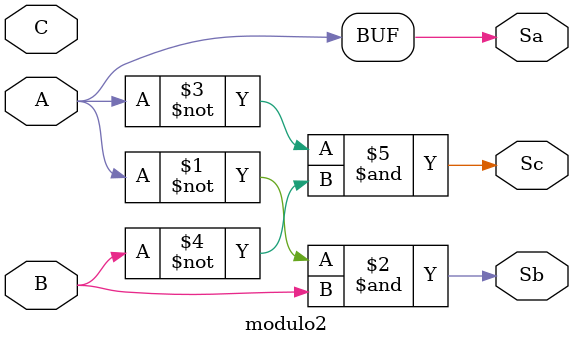
<source format=v>
module modulo2(A ,B, C, Sa, Sb, Sc);
    input A, B, C;
    output Sa, Sb, Sc;

    assign Sa = A;
    assign Sb = (~A)&B;
    assign Sc = (~A)&(~B);

    endmodule

</source>
